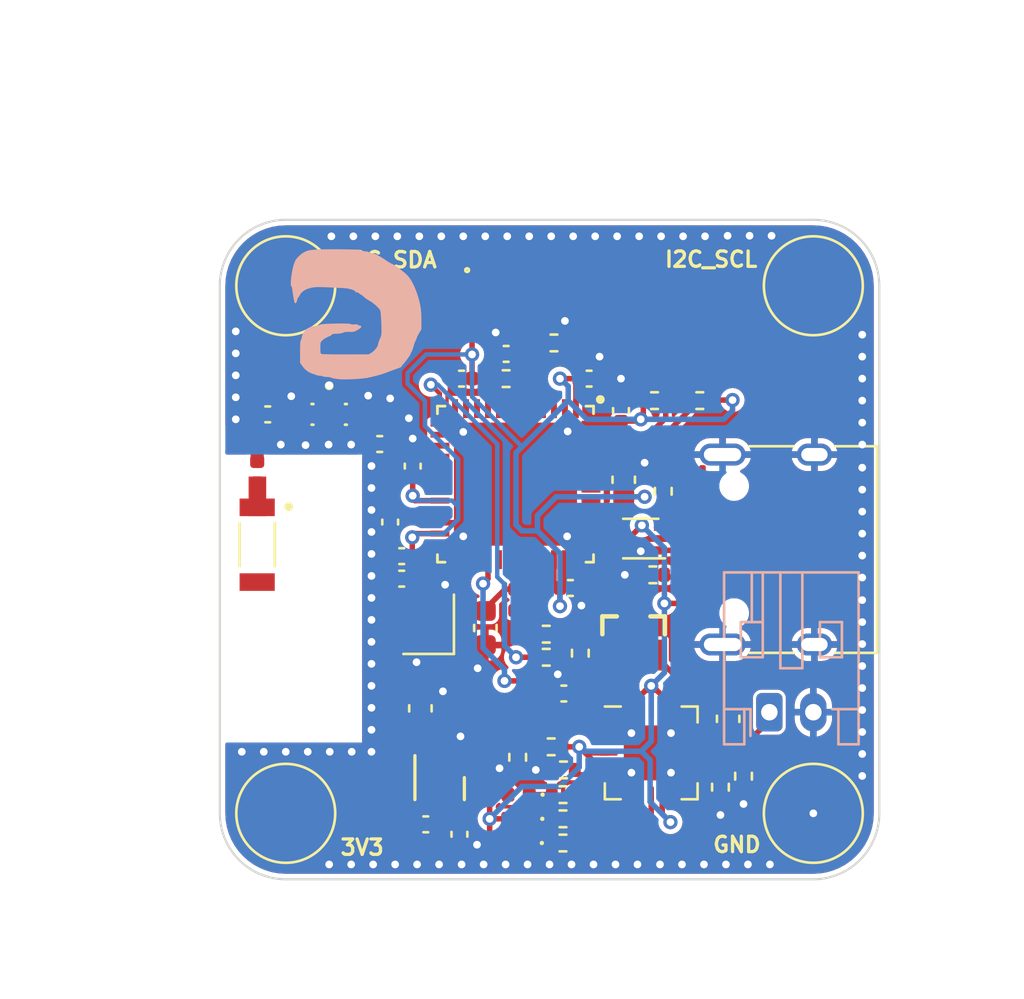
<source format=kicad_pcb>
(kicad_pcb (version 20211014) (generator pcbnew)
  (layers (0 "F.Cu" signal) (31 "B.Cu" signal) (34 "B.Paste" user) (35 "F.Paste" user) (36 "B.SilkS" user "B.Silkscreen") (37 "F.SilkS" user "F.Silkscreen") (38 "B.Mask" user) (39 "F.Mask" user) (44 "Edge.Cuts" user))
  (net 0 "")
  (net 1 "GND")
  (net 2 "BATLVL_SW")
  (net 3 "Net-(C3-Pad1)")
  (net 4 "+3V3")
  (net 6 "+5V")
  (net 7 "Net-(J2-PadA5)")
  (net 8 "USB_DP")
  (net 10 "USB_DN")
  (net 11 "Net-(C15-Pad1)")
  (net 12 "Net-(J2-PadA6)")
  (net 13 "Net-(J2-PadB5)")
  (net 14 "Net-(R3-Pad1)")
  (net 15 "Net-(R4-Pad1)")
  (net 16 "Net-(E1-Pad1)")
  (net 18 "Net-(C8-Pad2)")
  (net 19 "Net-(C1-Pad1)")
  (net 20 "Net-(D1-Pad1)")
  (net 21 "Net-(D2-Pad1)")
  (net 22 "Net-(C4-Pad1)")
  (net 23 "Net-(J2-PadA7)")
  (net 24 "Net-(C7-Pad1)")
  (net 25 "Net-(L4-Pad1)")
  (net 26 "Net-(C8-Pad1)")
  (net 27 "Net-(U4-Pad24)")
  (net 28 "Net-(U4-Pad25)")
  (net 29 "Net-(D3-Pad1)")
  (net 30 "Net-(L4-Pad2)")
  (net 31 "Net-(R7-Pad2)")
  (net 32 "Net-(R9-Pad1)")
  (net 33 "Net-(R10-Pad2)")
  (net 34 "Net-(R11-Pad2)")
  (net 35 "Net-(R15-Pad2)")
  (net 36 "Net-(R12-Pad2)")
  (net 37 "Net-(Q1-Pad3)")
  (net 38 "BATLVL")
  (net 43 "Net-(C6-Pad1)")
  (net 47 "Net-(R16-Pad2)")
  (net 55 "Net-(R14-Pad1)")
  (net 66 "Net-(C2-Pad1)")
  (net 67 "Net-(C5-Pad1)")
  (net 68 "Net-(C5-Pad2)")
  (net 71 "+3.3VA")
  (footprint "Capacitor_SMD:C_0402_1005Metric" (layer "F.Cu") (at 98.775 141.205 90)
    (fp_text reference "C12" hide)
    (fp_text value "100n")
  )
  (footprint "Inductor_SMD:L_0402_1005Metric" (layer "F.Cu") (at 97.75 141.75 90)
    (fp_text reference "L3" hide)
    (fp_text value "2n7")
  )
  (footprint "Resistor_SMD:R_0402_1005Metric" (layer "F.Cu") (at 105.075 153.975 180)
    (fp_text reference "R7" hide)
    (fp_text value "270k")
  )
  (footprint "Resistor_SMD:R_0402_1005Metric" (layer "F.Cu") (at 103.55 154.45 -90)
    (fp_text reference "R8" hide)
    (fp_text value "100k")
  )
  (footprint "Capacitor_SMD:C_0402_1005Metric" (layer "F.Cu") (at 92.18 138.85 180)
    (fp_text reference "C8" hide)
    (fp_text value "1p2")
  )
  (footprint "Capacitor_SMD:C_0402_1005Metric" (layer "F.Cu") (at 99.37 157.5 180)
    (fp_text reference "C5" hide)
    (fp_text value "1u")
  )
  (footprint "TestPoint:TestPoint_Pad_D4.0mm" (layer "F.Cu") (at 117 157)
    (fp_text reference "TP3" hide)
    (fp_text value "GND")
  )
  (footprint "Resistor_SMD:R_0402_1005Metric" (layer "F.Cu") (at 105.2 135.6)
    (fp_text reference "R14" hide)
    (fp_text value "10k")
  )
  (footprint "Inductor_SMD:L_0402_1005Metric" (layer "F.Cu") (at 104.475 147.29 90)
    (fp_text reference "L4" hide)
    (fp_text value "2u2")
  )
  (footprint "Capacitor_SMD:C_0402_1005Metric" (layer "F.Cu") (at 98.275 146.325 180)
    (fp_text reference "C18" hide)
    (fp_text value "100n")
  )
  (footprint "Resistor_SMD:R_0402_1005Metric" (layer "F.Cu") (at 104.85 149.9)
    (fp_text reference "R2" hide)
    (fp_text value "10k")
  )
  (footprint "Package_DFN_QFN:DFN-6-1EP_2x2mm_P0.5mm_EP0.61x1.42mm" (layer "F.Cu") (at 100 155.375 -90)
    (fp_text reference "U3" hide)
    (fp_text value "LTC3240EDC-3.3-TRMPBF")
  )
  (footprint "SnapEDA Library:QFN50P700X700X60-49N" (layer "F.Cu") (at 103.45 142.025 -90)
    (fp_text reference "U4" hide)
    (fp_text value "STM32WB55CEU6")
  )
  (footprint "downloads:SSOT-3" (layer "F.Cu") (at 108.825 148.7)
    (fp_text reference "Q1" hide)
    (fp_text value "FDN306P")
  )
  (footprint "Capacitor_SMD:C_0402_1005Metric" (layer "F.Cu") (at 97.275 140.2 180)
    (fp_text reference "C4" hide)
    (fp_text value "0p3")
  )
  (footprint "Capacitor_SMD:C_0603_1608Metric" (layer "F.Cu") (at 99.125 152.225 90)
    (fp_text reference "C13" hide)
    (fp_text value "4u7")
  )
  (footprint "Resistor_SMD:R_0402_1005Metric" (layer "F.Cu") (at 111.835 138.225 180)
    (fp_text reference "R16" hide)
    (fp_text value "10k")
  )
  (footprint "Capacitor_SMD:C_0402_1005Metric" (layer "F.Cu") (at 108.25 138.675 90)
    (fp_text reference "C17" hide)
    (fp_text value "100n")
  )
  (footprint "Capacitor_SMD:C_0402_1005Metric" (layer "F.Cu") (at 97.75 143.75 -90)
    (fp_text reference "C7" hide)
    (fp_text value "0p8")
  )
  (footprint "Resistor_SMD:R_0402_1005Metric" (layer "F.Cu") (at 109.775 138.225)
    (fp_text reference "R15" hide)
    (fp_text value "10k")
  )
  (footprint "Resistor_SMD:R_0402_1005Metric" (layer "F.Cu") (at 105.61 158.35)
    (fp_text reference "R11" hide)
    (fp_text value "470R")
  )
  (footprint "TestPoint:TestPoint_Pad_D4.0mm" (layer "F.Cu") (at 117 133)
    (fp_text reference "TP1" hide)
    (fp_text value "I2C_SCL")
  )
  (footprint "Inductor_SMD:L_0402_1005Metric" (layer "F.Cu") (at 97.825 152.5 90)
    (fp_text reference "FB1" hide)
    (fp_text value "FerriteBead")
  )
  (footprint "SnapEDA Library:SW4SMD_63X161LS" (layer "F.Cu") (at 98.383875 133.926225)
    (fp_text reference "S1" hide)
    (fp_text value "KMR231GLFS")
  )
  (footprint "SnapEDA Library:FIL_LFB182G45SG9A272" (layer "F.Cu") (at 94.975 138.85)
    (fp_text reference "FL1" hide)
    (fp_text value "LFB182G45SG9A272")
  )
  (footprint "Capacitor_SMD:C_0603_1608Metric" (layer "F.Cu") (at 113.125 152.7 90)
    (fp_text reference "C3" hide)
    (fp_text value "4u7")
  )
  (footprint "Connector_USB:USB_C_Receptacle_HRO_TYPE-C-31-M-12" (layer "F.Cu") (at 116 145 90)
    (fp_text reference "J2" hide)
    (fp_text value "USB_C_Receptacle_USB2.0")
  )
  (footprint "Resistor_SMD:R_0402_1005Metric" (layer "F.Cu") (at 106.4 149.715 -90)
    (fp_text reference "R1" hide)
    (fp_text value "1M")
  )
  (footprint "Resistor_SMD:R_0402_1005Metric" (layer "F.Cu") (at 109.7 146.15 180)
    (fp_text reference "R5" hide)
    (fp_text value "5k1")
  )
  (footprint "Inductor_SMD:L_0402_1005Metric" (layer "F.Cu") (at 91.2 139.925)
    (fp_text reference "L1" hide)
    (fp_text value "2n7")
  )
  (footprint "Crystal:Crystal_SMD_2016-4Pin_2.0x1.6mm" (layer "F.Cu") (at 99.5 148.4 90)
    (fp_text reference "Y1" hide)
    (fp_text value "Crystal_GND24")
  )
  (footprint "Capacitor_SMD:C_0402_1005Metric" (layer "F.Cu") (at 100.995 137.225 180)
    (fp_text reference "C9" hide)
    (fp_text value "100n")
  )
  (footprint "Inductor_SMD:L_0402_1005Metric" (layer "F.Cu") (at 91.7 141.48 90)
    (fp_text reference "L2" hide)
    (fp_text value "3n3")
  )
  (footprint "Diode_SMD:D_0402_1005Metric" (layer "F.Cu") (at 103.56 158.35 180)
    (fp_text reference "D2" hide)
    (fp_text value "Charging" hide)
  )
  (footprint "Resistor_SMD:R_0402_1005Metric" (layer "F.Cu") (at 110.175 142.35 90)
    (fp_text reference "R6" hide)
    (fp_text value "5k1")
  )
  (footprint "Resistor_SMD:R_0402_1005Metric" (layer "F.Cu") (at 105.635 155.025 180)
    (fp_text reference "R9" hide)
    (fp_text value "10k")
  )
  (footprint "Inductor_SMD:L_0402_1005Metric" (layer "F.Cu") (at 103.44 147.29 -90)
    (fp_text reference "L5" hide)
    (fp_text value "10n")
  )
  (footprint "Resistor_SMD:R_0402_1005Metric" (layer "F.Cu") (at 112.775 155.81 -90)
    (fp_text reference "R4" hide)
    (fp_text value "2k")
  )
  (footprint "Capacitor_SMD:C_0402_1005Metric" (layer "F.Cu") (at 98.275 145.3 180)
    (fp_text reference "C16" hide)
    (fp_text value "100p")
  )
  (footprint "Capacitor_SMD:C_0402_1005Metric" (layer "F.Cu") (at 105.65 151.55 180)
    (fp_text reference "C1" hide)
    (fp_text value "100n")
  )
  (footprint "Resistor_SMD:R_0402_1005Metric" (layer "F.Cu") (at 103.025 137.225)
    (fp_text reference "R13" hide)
    (fp_text value "10k")
  )
  (footprint "Resistor_SMD:R_0402_1005Metric" (layer "F.Cu") (at 105.6125 156.15)
    (fp_text reference "R12" hide)
    (fp_text value "470R")
  )
  (footprint "Capacitor_SMD:C_0402_1005Metric" (layer "F.Cu") (at 105.95 146.75)
    (fp_text reference "C19" hide)
    (fp_text value "100n")
  )
  (footprint "Capacitor_SMD:C_0603_1608Metric" (layer "F.Cu") (at 108.375 141.825 90)
    (fp_text reference "C20" hide)
    (fp_text value "4u7")
  )
  (footprint "Resistor_SMD:R_0402_1005Metric" (layer "F.Cu") (at 113.825 155.31 -90)
    (fp_text reference "R3" hide)
    (fp_text value "2k")
  )
  (footprint "Diode_SMD:D_0402_1005Metric" (layer "F.Cu") (at 103.5925 156.15 180)
    (fp_text reference "D3" hide)
    (fp_text value "PGood" hide)
  )
  (footprint "downloads:XDCR_2450AT18B100E" (layer "F.Cu") (at 91.7 144.78 -90)
    (fp_text reference "E1" hide)
    (fp_text value "2450AT18B100E")
  )
  (footprint "Capacitor_SMD:C_0402_1005Metric" (layer "F.Cu") (at 106.8 137.225)
    (fp_text reference "C11" hide)
    (fp_text value "100n")
  )
  (footprint "Package_TO_SOT_SMD:SOT-666" (layer "F.Cu") (at 109.15 144.5 180)
    (fp_text reference "U2" hide)
    (fp_text value "USBLC6-2P6")
  )
  (footprint "Resistor_SMD:R_0402_1005Metric" (layer "F.Cu") (at 105.61 157.25)
    (fp_text reference "R10" hide)
    (fp_text value "470R")
  )
  (footprint "TestPoint:TestPoint_Pad_D4.0mm" (layer "F.Cu") (at 93 157)
    (fp_text reference "TP4" hide)
    (fp_text value "3V3")
  )
  (footprint "Capacitor_SMD:C_0603_1608Metric" (layer "F.Cu") (at 102.08 148.57 -90)
    (fp_text reference "C15" hide)
    (fp_text value "4u7")
  )
  (footprint "Capacitor_SMD:C_0402_1005Metric" (layer "F.Cu") (at 100.9 157.9524 -90)
    (fp_text reference "C2" hide)
    (fp_text value "1u")
  )
  (footprint "TestPoint:TestPoint_Pad_D4.0mm" (layer "F.Cu") (at 93 133)
    (fp_text reference "TP2" hide)
    (fp_text value "I2C_SDA")
  )
  (footprint "Capacitor_SMD:C_0402_1005Metric" (layer "F.Cu") (at 103.025 136.1 180)
    (fp_text reference "C6" hide)
    (fp_text value "100n")
  )
  (footprint "Resistor_SMD:R_0402_1005Metric" (layer "F.Cu") (at 104.85 148.85 180)
    (fp_text reference "R17" hide)
    (fp_text value "10k")
  )
  (footprint "Package_DFN_QFN:QFN-20-1EP_4x4mm_P0.5mm_EP2.5x2.5mm" (layer "F.Cu") (at 109.625 154.25)
    (fp_text reference "U1" hide)
    (fp_text value "MCP73871")
  )
  (footprint "Diode_SMD:D_0402_1005Metric" (layer "F.Cu") (at 103.58 157.25 180)
    (fp_text reference "D1" hide)
    (fp_text value "Charged" hide)
  )
  (footprint "LOGO" (layer "B.Cu") (at 96.168657 134.46308 180)
    (fp_text reference "G***" hide)
    (fp_text value "LOGO" hide)
  )
  (footprint "Connector_JST:JST_PH_S2B-PH-K_1x02_P2.00mm_Horizontal" (layer "B.Cu") (at 115 152.4)
    (fp_text reference "J1" hide)
    (fp_text value "Conn_01x02_MountingPin")
  )
  (gr_poly (pts (xy 91.31 141.68) (xy 92.11 141.68) (xy 92.11 143.48) (xy 91.31 143.48)) (layer "F.Cu") (width 0) (fill solid))
  (gr_arc locked (start 120 157) (mid 119.12132 159.12132) (end 117 160) (layer "Edge.Cuts") (width 0.1))
  (gr_line locked (start 120 133) (end 120 157) (layer "Edge.Cuts") (width 0.1))
  (gr_arc locked (start 90 133) (mid 90.87868 130.87868) (end 93 130) (layer "Edge.Cuts") (width 0.1))
  (gr_line locked (start 93 130) (end 117 130) (layer "Edge.Cuts") (width 0.1))
  (gr_arc locked (start 93 160) (mid 90.87868 159.12132) (end 90 157) (layer "Edge.Cuts") (width 0.1))
  (gr_arc locked (start 117 130) (mid 119.12132 130.87868) (end 120 133) (layer "Edge.Cuts") (width 0.1))
  (gr_line locked (start 117 160) (end 93 160) (layer "Edge.Cuts") (width 0.1))
  (gr_line locked (start 90 157) (end 90 133) (layer "Edge.Cuts") (width 0.1))
  (segment (start 105.71 134.61) (end 105.7 134.6) (width 0.25) (layer "F.Cu") (net 1))
  (segment (start 101.7 143.775) (end 103.45 142.025) (width 0.25) (layer "F.Cu") (net 1))
  (segment (start 100.5 153.95) (end 100.5 154.45) (width 0.25) (layer "F.Cu") (net 1))
  (segment (start 97.795 145.3) (end 97 145.3) (width 0.25) (layer "F.Cu") (net 1))
  (segment (start 103.55 154.96) (end 102.735 154.96) (width 0.25) (layer "F.Cu") (net 1))
  (segment (start 100.9 158.4324) (end 101.695 158.4324) (width 0.25) (layer "F.Cu") (net 1))
  (segment (start 104.2 145.46) (end 104.2 142.775) (width 0.2) (layer "F.Cu") (net 1))
  (segment (start 113.825 155.82) (end 113.825 156.575) (width 0.25) (layer "F.Cu") (net 1))
  (segment (start 110.075 144.5) (end 109.550978 144.5) (width 0.25) (layer "F.Cu") (net 1))
  (segment (start 96.93 144.23) (end 96.9 144.2) (width 0.25) (layer "F.Cu") (net 1))
  (segment (start 101.73 149.695) (end 102.08 149.345) (width 0.25) (layer "F.Cu") (net 1))
  (segment (start 100.5 155.3774) (end 100.5 154.45) (width 0.25) (layer "F.Cu") (net 1))
  (segment (start 106.43 147.53) (end 106.45 147.55) (width 0.25) (layer "F.Cu") (net 1))
  (segment (start 108.25 138.195) (end 108.25 137.225) (width 0.25) (layer "F.Cu") (net 1))
  (segment (start 109.15 144.900978) (end 109.15 145.075) (width 0.25) (layer "F.Cu") (net 1))
  (segment (start 100.05 146.8) (end 100.25 146.6) (width 0.25) (layer "F.Cu") (net 1))
  (segment (start 100.05 147.7) (end 100.05 146.8) (width 0.25) (layer "F.Cu") (net 1))
  (segment (start 102.735 154.96) (end 102.725 154.95) (width 0.25) (layer "F.Cu") (net 1))
  (segment (start 109.19 146.15) (end 108.425 146.15) (width 0.25) (layer "F.Cu") (net 1))
  (segment (start 102.545 136.1) (end 102.545 135.13) (width 0.25) (layer "F.Cu") (net 1))
  (segment (start 107.28 137.225) (end 107.28 136.23) (width 0.25) (layer "F.Cu") (net 1))
  (segment (start 94.975 138.4) (end 94.975 137.525) (width 0.3) (layer "F.Cu") (net 1))
  (segment (start 105.36 149.9) (end 105.36 150.66) (width 0.25) (layer "F.Cu") (net 1))
  (segment (start 100.95 153.5) (end 100.5 153.95) (width 0.25) (layer "F.Cu") (net 1))
  (segment (start 100 155.375) (end 100.4976 155.375) (width 0.25) (layer "F.Cu") (net 1))
  (segment (start 107.28 136.23) (end 107.275 136.225) (width 0.25) (layer "F.Cu") (net 1))
  (segment (start 105.36 150.66) (end 105.375 150.675) (width 0.25) (layer "F.Cu") (net 1))
  (segment (start 94.975 140.2) (end 94.95 140.225) (width 0.3) (layer "F.Cu") (net 1))
  (segment (start 98.775 140.725) (end 98.775 139.95) (width 0.25) (layer "F.Cu") (net 1))
  (segment (start 97.75 144.23) (end 96.93 144.23) (width 0.25) (layer "F.Cu") (net 1))
  (segment (start 97 145.3) (end 96.9 145.2) (width 0.25) (layer "F.Cu") (net 1))
  (segment (start 97.795 146.325) (end 97.025 146.325) (width 0.25) (layer "F.Cu") (net 1))
  (segment (start 97.025 146.325) (end 96.9 146.2) (width 0.25) (layer "F.Cu") (net 1))
  (segment (start 94.975 139.3) (end 94.975 140.2) (width 0.3) (layer "F.Cu") (net 1))
  (segment (start 106.43 146.75) (end 106.43 147.53) (width 0.25) (layer "F.Cu") (net 1))
  (segment (start 112.775 156.32) (end 112.775 157.075) (width 0.25) (layer "F.Cu") (net 1))
  (segment (start 100.4976 155.375) (end 100.5 155.3774) (width 0.25) (layer "F.Cu") (net 1))
  (segment (start 105.71 135.6) (end 105.71 134.61) (width 0.25) (layer "F.Cu") (net 1))
  (segment (start 102.545 135.13) (end 102.55 135.125) (width 0.25) (layer "F.Cu") (net 1))
  (segment (start 105.125 155.025) (end 104.375 155.025) (width 0.25) (layer "F.Cu") (net 1))
  (segment (start 99.125 151.45) (end 100.15 151.45) (width 0.25) (layer "F.Cu") (net 1))
  (segment (start 101.73 150.4) (end 101.73 149.695) (width 0.25) (layer "F.Cu") (net 1))
  (segment (start 98.95 149.1) (end 98.95 150.125) (width 0.25) (layer "F.Cu") (net 1))
  (segment (start 109.550978 144.5) (end 109.15 144.900978) (width 0.25) (layer "F.Cu") (net 1))
  (segment (start 100.015 143.775) (end 101.7 143.775) (width 0.25) (layer "F.Cu") (net 1))
  (segment (start 104.2 142.775) (end 103.45 142.025) (width 0.2) (layer "F.Cu") (net 1))
  (segment (start 108.375 141.05) (end 109.325 141.05) (width 0.25) (layer "F.Cu") (net 1))
  (via (at 113.1 130.725) (size 0.65) (drill 0.35) (layers "F.Cu" "B.Cu") (net 1))
  (via (at 96.075 130.75) (size 0.65) (drill 0.35) (layers "F.Cu" "B.Cu") (net 1))
  (via (at 119.225 135.225) (size 0.65) (drill 0.35) (layers "F.Cu" "B.Cu") (net 1))
  (via (at 104 159.325) (size 0.65) (drill 0.35) (layers "F.Cu" "B.Cu") (net 1))
  (via (at 96.9 141.2) (size 0.65) (drill 0.35) (layers "F.Cu" "B.Cu") (net 1))
  (via (at 111.025 159.325) (size 0.65) (drill 0.35) (layers "F.Cu" "B.Cu") (net 1))
  (via (at 109.15 145.075) (size 0.65) (drill 0.35) (layers "F.Cu" "B.Cu") (net 1))
  (via (at 90.725 139.075) (size 0.65) (drill 0.35) (layers "F.Cu" "B.Cu") (net 1))
  (via (at 93.25 138.025) (size 0.65) (drill 0.35) (layers "F.Cu" "B.Cu") (net 1))
  (via (at 119.225 145.275) (size 0.65) (drill 0.35) (layers "F.Cu" "B.Cu") (net 1))
  (via (at 100.15 151.45) (size 0.65) (drill 0.35) (layers "F.Cu" "B.Cu") (net 1))
  (via (at 90.725 138.075) (size 0.65) (drill 0.35) (layers "F.Cu" "B.Cu") (net 1))
  (via (at 97.975 159.325) (size 0.65) (drill 0.35) (layers "F.Cu" "B.Cu") (net 1))
  (via (at 115.025 159.325) (size 0.65) (drill 0.35) (layers "F.Cu" "B.Cu") (net 1))
  (via (at 91 154.2) (size 0.65) (drill 0.35) (layers "F.Cu" "B.Cu") (net 1))
  (via (at 113.025 159.325) (size 0.65) (drill 0.35) (layers "F.Cu" "B.Cu") (net 1))
  (via (at 98.6 139.025) (size 0.65) (drill 0.35) (layers "F.Cu" "B.Cu") (net 1))
  (via (at 119.225 154.3) (size 0.65) (drill 0.35) (layers "F.Cu" "B.Cu") (net 1))
  (via (at 96.75 138) (size 0.65) (drill 0.35) (layers "F.Cu" "B.Cu") (net 1))
  (via (at 119.225 153.3) (size 0.65) (drill 0.35) (layers "F.Cu" "B.Cu") (net 1))
  (via (at 98.975 159.325) (size 0.65) (drill 0.35) (layers "F.Cu" "B.Cu") (net 1))
  (via (at 96 154.2) (size 0.65) (drill 0.35) (layers "F.Cu" "B.Cu") (net 1))
  (via (at 96.9 142.2) (size 0.65) (drill 0.35) (layers "F.Cu" "B.Cu") (net 1))
  (via (at 101 159.325) (size 0.65) (drill 0.35) (layers "F.Cu" "B.Cu") (net 1))
  (via (at 101.7 158.4274) (size 0.65) (drill 0.35) (layers "F.Cu" "B.Cu") (net 1))
  (via (at 96.9 144.2) (size 0.65) (drill 0.35) (layers "F.Cu" "B.Cu") (net 1))
  (via (at 108.425 146.15) (size 0.65) (drill 0.35) (layers "F.Cu" "B.Cu") (net 1))
  (via (at 119.225 150.3) (size 0.65) (drill 0.35) (layers "F.Cu" "B.Cu") (net 1))
  (via (at 100.95 153.5) (size 0.65) (drill 0.35) (layers "F.Cu" "B.Cu") (net 1))
  (via (at 113.825 156.575) (size 0.65) (drill 0.35) (layers "F.Cu" "B.Cu") (net 1))
  (via (at 108.075 130.75) (size 0.65) (drill 0.35) (layers "F.Cu" "B.Cu") (net 1))
  (via (at 119.225 146.275) (size 0.65) (drill 0.35) (layers "F.Cu" "B.Cu") (net 1))
  (via (at 119.225 142.275) (size 0.65) (drill 0.35) (layers "F.Cu" "B.Cu") (net 1))
  (via (at 96.9 145.2) (size 0.65) (drill 0.35) (layers "F.Cu" "B.Cu") (net 1))
  (via (at 119.225 138.225) (size 0.65) (drill 0.35) (layers "F.Cu" "B.Cu") (net 1))
  (via (at 109.075 130.75) (size 0.65) (drill 0.35) (layers "F.Cu" "B.Cu") (net 1))
  (via (at 109 159.325) (size 0.65) (drill 0.35) (layers "F.Cu" "B.Cu") (net 1))
  (via (at 96.9 154.2) (size 0.65) (drill 0.35) (layers "F.Cu" "B.Cu") (net 1))
  (via (at 101.075 139.65) (size 0.65) (drill 0.35) (layers "F.Cu" "B.Cu") (net 1))
  (via (at 112.025 159.325) (size 0.65) (drill 0.35) (layers "F.Cu" "B.Cu") (net 1))
  (via (at 105.075 130.75) (size 0.65) (drill 0.35) (layers "F.Cu" "B.Cu") (net 1))
  (via (at 102.55 135.125) (size 0.65) (drill 0.35) (layers "F.Cu" "B.Cu") (net 1))
  (via (at 101.73 150.4) (size 0.65) (drill 0.35) (layers "F.Cu" "B.Cu") (net 1))
  (via (at 96.9 150.2) (size 0.65) (drill 0.35) (layers "F.Cu" "B.Cu") (net 1))
  (via (at 107 159.325) (size 0.65) (drill 0.35) (layers "F.Cu" "B.Cu") (net 1))
  (via (at 96.9 153.2) (size 0.65) (drill 0.35) (layers "F.Cu" "B.Cu") (net 1))
  (via (at 119.225 143.275) (size 0.65) (drill 0.35) (layers "F.Cu" "B.Cu") (net 1))
  (via (at 94.975 137.525) (size 0.65) (drill 0.35) (layers "F.Cu" "B.Cu") (net 1))
  (via (at 92.775 140.225) (size 0.65) (drill 0.35) (layers "F.Cu" "B.Cu") (net 1))
  (via (at 110.525 153.35) (size 0.65) (drill 0.35) (layers "F.Cu" "B.Cu") (net 1))
  (via (at 119.225 147.3) (size 0.65) (drill 0.35) (layers "F.Cu" "B.Cu") (net 1))
  (via (at 97.75 138.125) (size 0.65) (drill 0.35) (layers "F.Cu" "B.Cu") (net 1))
  (via (at 96.975 159.325) (size 0.65) (drill 0.35) (layers "F.Cu" "B.Cu") (net 1))
  (via (at 96.9 143.2) (size 0.65) (drill 0.35) (layers "F.Cu" "B.Cu") (net 1))
  (via (at 103.075 130.75) (size 0.65) (drill 0.35) (layers "F.Cu" "B.Cu") (net 1))
  (via (at 119.225 155.3) (size 0.65) (drill 0.35) (layers "F.Cu" "B.Cu") (net 1))
  (via (at 96.9 148.2) (size 0.65) (drill 0.35) (layers "F.Cu" "B.Cu") (net 1))
  (via (at 104.075 130.75) (size 0.65) (drill 0.35) (layers "F.Cu" "B.Cu") (net 1))
  (via (at 101.075 130.75) (size 0.65) (drill 0.35) (layers "F.Cu" "B.Cu") (net 1))
  (via (at 97.075 130.75) (size 0.65) (drill 0.35) (layers "F.Cu" "B.Cu") (net 1))
  (via (at 119.225 140.225) (size 0.65) (drill 0.35) (layers "F.Cu" "B.Cu") (net 1))
  (via (at 105 159.325) (size 0.65) (drill 0.35) (layers "F.Cu" "B.Cu") (net 1))
  (via (at 95 154.2) (size 0.65) (drill 0.35) (layers "F.Cu" "B.Cu") (net 1))
  (via (at 98.775 139.95) (size 0.65) (drill 0.35) (layers "F.Cu" "B.Cu") (net 1))
  (via (at 95.975 159.325) (size 0.65) (drill 0.35) (layers "F.Cu" "B.Cu") (net 1))
  (via (at 99.075 130.75) (size 0.65) (drill 0.35) (layers "F.Cu" "B.Cu") (net 1))
  (via (at 108.725 155.15) (size 0.65) (drill 0.35) (layers "F.Cu" "B.Cu") (net 1))
  (via (at 101.075 144.4) (size 0.65) (drill 0.35) (layers "F.Cu" "B.Cu") (net 1))
  (via (at 92 154.2) (size 0.65) (drill 0.35) (layers "F.Cu" "B.Cu") (net 1))
  (via (at 117 157) (size 0.65) (drill 0.35) (layers "F.Cu" "B.Cu") (net 1))
  (via (at 105.7 134.6) (size 0.65) (drill 0.35) (layers "F.Cu" "B.Cu") (net 1))
  (via (at 102 159.325) (size 0.65) (drill 0.35) (layers "F.Cu" "B.Cu") (net 1))
  (via (at 93 154.2) (size 0.65) (drill 0.35) (layers "F.Cu" "B.Cu") (net 1))
  (via (at 119.225 144.275) (size 0.65) (drill 0.35) (layers "F.Cu" "B.Cu") (net 1))
  (via (at 119.225 139.225) (size 0.65) (drill 0.35) (layers "F.Cu" "B.Cu") (net 1))
  (via (at 94.95 140.225) (size 0.65) (drill 0.35) (layers "F.Cu" "B.Cu") (net 1))
  (via (at 106.45 147.55) (size 0.65) (drill 0.35) (layers "F.Cu" "B.Cu") (net 1))
  (via (at 98.075 130.75) (size 0.65) (drill 0.35) (layers "F.Cu" "B.Cu") (net 1))
  (via (at 109.325 141.05) (size 0.65) (drill 0.35) (layers "F.Cu" "B.Cu") (net 1))
  (via (at 107.275 136.225) (size 0.65) (drill 0.35) (layers "F.Cu" "B.Cu") (net 1))
  (via (at 110.075 130.75) (size 0.65) (drill 0.35) (layers "F.Cu" "B.Cu") (net 1))
  (via (at 107.075 130.75) (size 0.65) (drill 0.35) (layers "F.Cu" "B.Cu") (net 1))
  (via (at 96.9 152.2) (size 0.65) (drill 0.35) (layers "F.Cu" "B.Cu") (net 1))
  (via (at 106 159.325) (size 0.65) (drill 0.35) (layers "F.Cu" "B.Cu") (net 1))
  (via (at 119.225 137.225) (size 0.65) (drill 0.35) (layers "F.Cu" "B.Cu") (net 1))
  (via (at 94 154.2) (size 0.65) (drill 0.35) (layers "F.Cu" "B.Cu") (net 1))
  (via (at 90.725 135.075) (size 0.65) (drill 0.35) (layers "F.Cu" "B.Cu") (net 1))
  (via (at 115.1 130.725) (size 0.65) (drill 0.35) (layers "F.Cu" "B.Cu") (net 1))
  (via (at 106.075 130.75) (size 0.65) (drill 0.35) (layers "F.Cu" "B.Cu") (net 1))
  (via (at 90.725 136.075) (size 0.65) (drill 0.35) (layers "F.Cu" "B.Cu") (net 1))
  (via (at 96.9 147.2) (size 0.65) (drill 0.35) (layers "F.Cu" "B.Cu") (net 1))
  (via (at 119.225 141.275) (size 0.65) (drill 0.35) (layers "F.Cu" "B.Cu") (net 1))
  (via (at 105.375 150.675) (size 0.65) (drill 0.35) (layers "F.Cu" "B.Cu") (net 1))
  (via (at 108.725 153.35) (size 0.65) (drill 0.35) (layers "F.Cu" "B.Cu") (net 1))
  (via (at 95.975 140.225) (size 0.65) (drill 0.35) (layers "F.Cu" "B.Cu") (net 1))
  (via (at 96.9 149.2) (size 0.65) (drill 0.35) (layers "F.Cu" "B.Cu") (net 1))
  (via (at 104.375 155.025) (size 0.65) (drill 0.35) (layers "F.Cu" "B.Cu") (net 1))
  (via (at 108 159.325) (size 0.65) (drill 0.35) (layers "F.Cu" "B.Cu") (net 1))
  (via (at 112.075 130.75) (size 0.65) (drill 0.35) (layers "F.Cu" "B.Cu") (net 1))
  (via (at 119.225 152.3) (size 0.65) (drill 0.35) (layers "F.Cu" "B.Cu") (net 1))
  (via (at 119.225 149.3) (size 0.65) (drill 0.35) (layers "F.Cu" "B.Cu") (net 1))
  (via (at 93.9 140.25) (size 0.65) (drill 0.35) (layers "F.Cu" "B.Cu") (net 1))
  (via (at 105.825 139.625) (size 0.65) (drill 0.35) (layers "F.Cu" "B.Cu") (net 1))
  (via (at 119.225 136.225) (size 0.65) (drill 0.35) (layers "F.Cu" "B.Cu") (net 1))
  (via (at 119.225 151.3) (size 0.65) (drill 0.35) (layers "F.Cu" "B.Cu") (net 1))
  (via (at 111.075 130.75) (size 0.65) (drill 0.35) (layers "F.Cu" "B.Cu") (net 1))
  (via (at 112.775 157.075) (size 0.65) (drill 0.35) (layers "F.Cu" "B.Cu") (net 1))
  (via (at 99.975 159.325) (size 0.65) (drill 0.35) (layers "F.Cu" "B.Cu") (net 1))
  (via (at 108.25 137.225) (size 0.65) (drill 0.35) (layers "F.Cu" "B.Cu") (net 1))
  (via (at 100.075 130.75) (size 0.65) (drill 0.35) (layers "F.Cu" "B.Cu") (net 1))
  (via (at 105.8 144.4) (size 0.65) (drill 0.35) (layers "F.Cu" "B.Cu") (net 1))
  (via (at 114.025 159.325) (size 0.65) (drill 0.35) (layers "F.Cu" "B.Cu") (net 1))
  (via (at 102.725 154.95) (size 0.65) (drill 0.35) (layers "F.Cu" "B.Cu") (net 1))
  (via (at 114.1 130.725) (size 0.65) (drill 0.35) (layers "F.Cu" "B.Cu") (net 1))
  (via (at 96.9 151.2) (size 0.65) (drill 0.35) (layers "F.Cu" "B.Cu") (net 1))
  (via (at 119.225 148.3) (size 0.65) (drill 0.35) (layers "F.Cu" "B.Cu") (net 1))
  (via (at 100.25 146.6) (size 0.65) (drill 0.35) (layers "F.Cu" "B.Cu") (net 1))
  (via (at 90.725 137.075) (size 0.65) (drill 0.35) (layers "F.Cu" "B.Cu") (net 1))
  (via (at 102.075 130.75) (size 0.65) (drill 0.35) (layers "F.Cu" "B.Cu") (net 1))
  (via (at 95.075 130.75) (size 0.65) (drill 0.35) (layers "F.Cu" "B.Cu") (net 1))
  (via (at 110.525 155.15) (size 0.65) (drill 0.35) (layers "F.Cu" "B.Cu") (net 1))
  (via (at 110.025 159.325) (size 0.65) (drill 0.35) (layers "F.Cu" "B.Cu") (net 1))
  (via (at 98.95 150.125) (size 0.65) (drill 0.35) (layers "F.Cu" "B.Cu") (net 1))
  (via (at 94.975 159.325) (size 0.65) (drill 0.35) (layers "F.Cu" "B.Cu") (net 1))
  (via (at 103 159.325) (size 0.65) (drill 0.35) (layers "F.Cu" "B.Cu") (net 1))
  (via (at 96.9 146.2) (size 0.65) (drill 0.35) (layers "F.Cu" "B.Cu") (net 1))
  (segment (start 102.2 146.325) (end 102.2 145.46) (width 0.25) (layer "F.Cu") (net 2))
  (segment (start 103.675 150.975) (end 104.25 151.55) (width 0.25) (layer "F.Cu") (net 2))
  (segment (start 102.95 150.975) (end 103.675 150.975) (width 0.25) (layer "F.Cu") (net 2))
  (segment (start 104.25 151.55) (end 105.17 151.55) (width 0.25) (layer "F.Cu") (net 2))
  (segment (start 101.975 146.55) (end 102.2 146.325) (width 0.25) (layer "F.Cu") (net 2))
  (via (at 102.95 150.975) (size 0.65) (drill 0.35) (layers "F.Cu" "B.Cu") (net 2))
  (via (at 101.975 146.55) (size 0.65) (drill 0.35) (layers "F.Cu" "B.Cu") (net 2))
  (segment (start 102.95 150.45) (end 102.95 150.975) (width 0.25) (layer "B.Cu") (net 2))
  (segment (start 101.975 146.55) (end 101.975 149.475) (width 0.25) (layer "B.Cu") (net 2))
  (segment (start 101.975 149.475) (end 102.95 150.45) (width 0.25) (layer "B.Cu") (net 2))
  (segment (start 111.5625 153.25) (end 111.5625 153.75) (width 0.25) (layer "F.Cu") (net 3))
  (segment (start 111.5625 152.6125) (end 111.5625 153.25) (width 0.25) (layer "F.Cu") (net 3))
  (segment (start 110.625 152.3125) (end 110.625 150.65) (width 0.25) (layer "F.Cu") (net 3))
  (segment (start 108.85 148.7) (end 106.905 148.7) (width 0.25) (layer "F.Cu") (net 3))
  (segment (start 109.775 149.625) (end 108.85 148.7) (width 0.25) (layer "F.Cu") (net 3))
  (segment (start 111.2625 152.3125) (end 111.5625 152.6125) (width 0.25) (layer "F.Cu") (net 3))
  (segment (start 115 152.775) (end 114.3 153.475) (width 0.25) (layer "F.Cu") (net 3))
  (segment (start 110.625 152.3125) (end 111.2625 152.3125) (width 0.25) (layer "F.Cu") (net 3))
  (segment (start 114.3 153.475) (end 113.125 153.475) (width 0.25) (layer "F.Cu") (net 3))
  (segment (start 113.125 153.475) (end 112.9 153.25) (width 0.25) (layer "F.Cu") (net 3))
  (segment (start 109.775 149.8) (end 109.775 149.625) (width 0.25) (layer "F.Cu") (net 3))
  (segment (start 110.625 150.65) (end 109.775 149.8) (width 0.25) (layer "F.Cu") (net 3))
  (segment (start 112.9 153.25) (end 111.5625 153.25) (width 0.25) (layer "F.Cu") (net 3))
  (segment (start 106.905 148.7) (end 106.4 149.205) (width 0.25) (layer "F.Cu") (net 3))
  (segment (start 115 152.4) (end 115 152.775) (width 0.25) (layer "F.Cu") (net 3))
  (segment (start 96.25 157) (end 93 157) (width 0.25) (layer "F.Cu") (net 4))
  (segment (start 99.5 154.45) (end 99.5 153.375) (width 0.25) (layer "F.Cu") (net 4))
  (segment (start 97.84 153) (end 97.825 152.985) (width 0.25) (layer "F.Cu") (net 4))
  (segment (start 99.5 153.375) (end 99.125 153) (width 0.25) (layer "F.Cu") (net 4))
  (segment (start 99.125 153) (end 97.84 153) (width 0.25) (layer "F.Cu") (net 4))
  (segment (start 97.825 152.985) (end 97.825 155.425) (width 0.25) (layer "F.Cu") (net 4))
  (segment (start 97.825 155.425) (end 96.25 157) (width 0.25) (layer "F.Cu") (net 4))
  (segment (start 110.375 157.275) (end 110.5 157.4) (width 0.25) (layer "F.Cu") (net 6))
  (segment (start 108.6 144.5) (end 109.2 143.9) (width 0.25) (layer "F.Cu") (net 6))
  (segment (start 102.625 158.35) (end 102.275 158) (width 0.25) (layer "F.Cu") (net 6))
  (segment (start 109.625 152.3125) (end 109.625 151.4) (width 0.25) (layer "F.Cu") (net 6))
  (segment (start 102.275 156.525) (end 102.65 156.15) (width 0.25) (layer "F.Cu") (net 6))
  (segment (start 111.955 147.45) (end 110.225 147.45) (width 0.25) (layer "F.Cu") (net 6))
  (segment (start 113.65 146.35) (end 112.55 147.45) (width 0.25) (layer "F.Cu") (net 6))
  (segment (start 109.625 151.4) (end 109.375 151.4) (width 0.25) (layer "F.Cu") (net 6))
  (segment (start 111.955 142.55) (end 112.709305 142.55) (width 0.25) (layer "F.Cu") (net 6))
  (segment (start 103.095 157.25) (end 102.275 157.25) (width 0.25) (layer "F.Cu") (net 6))
  (segment (start 107.125 154.75) (end 106.35 153.975) (width 0.25) (layer "F.Cu") (net 6))
  (segment (start 103.075 158.35) (end 102.625 158.35) (width 0.25) (layer "F.Cu") (net 6))
  (segment (start 102.275 157.25) (end 102.275 156.525) (width 0.25) (layer "F.Cu") (net 6))
  (segment (start 110.125 156.925) (end 110.125 157.025) (width 0.25) (layer "F.Cu") (net 6))
  (segment (start 110.125 151.65) (end 109.875 151.4) (width 0.25) (layer "F.Cu") (net 6))
  (segment (start 110.125 156.1875) (end 110.125 156.925) (width 0.25) (layer "F.Cu") (net 6))
  (segment (start 102.65 156.15) (end 103.1075 156.15) (width 0.25) (layer "F.Cu") (net 6))
  (segment (start 109.625 151.4) (end 109.625 151.2) (width 0.25) (layer "F.Cu") (net 6))
  (segment (start 112.709305 142.55) (end 113.65 143.490695) (width 0.25) (layer "F.Cu") (net 6))
  (segment (start 112.55 147.45) (end 111.955 147.45) (width 0.25) (layer "F.Cu") (net 6))
  (segment (start 106.625 154.25) (end 106.35 153.975) (width 0.25) (layer "F.Cu") (net 6))
  (segment (start 102.275 158) (end 102.275 157.25) (width 0.25) (layer "F.Cu") (net 6))
  (segment (start 107.6875 154.75) (end 107.125 154.75) (width 0.25) (layer "F.Cu") (net 6))
  (segment (start 110.125 152.3125) (end 110.125 151.65) (width 0.25) (layer "F.Cu") (net 6))
  (segment (start 109.875 151.4) (end 109.625 151.4) (width 0.25) (layer "F.Cu") (net 6))
  (segment (start 110.125 157.025) (end 110.375 157.275) (width 0.25) (layer "F.Cu") (net 6))
  (segment (start 113.65 143.490695) (end 113.65 146.35) (width 0.25) (layer "F.Cu") (net 6))
  (segment (start 109.125 151.65) (end 109.125 152.3125) (width 0.25) (layer "F.Cu") (net 6))
  (segment (start 109.375 151.4) (end 109.125 151.65) (width 0.25) (layer "F.Cu") (net 6))
  (segment (start 107.6875 154.25) (end 106.625 154.25) (width 0.25) (layer "F.Cu") (net 6))
  (segment (start 108.225 144.5) (end 108.6 144.5) (width 0.25) (layer "F.Cu") (net 6))
  (segment (start 106.35 153.975) (end 105.585 153.975) (width 0.25) (layer "F.Cu") (net 6))
  (via (at 110.5 157.4) (size 0.65) (drill 0.35) (layers "F.Cu" "B.Cu") (net 6))
  (via (at 109.2 143.9) (size 0.65) (drill 0.35) (layers "F.Cu" "B.Cu") (net 6))
  (via (at 106.35 153.975) (size 0.65) (drill 0.35) (layers "F.Cu" "B.Cu") (net 6))
  (via (at 102.275 157.25) (size 0.65) (drill 0.35) (layers "F.Cu" "B.Cu") (net 6))
  (via (at 110.225 147.45) (size 0.65) (drill 0.35) (layers "F.Cu" "B.Cu") (net 6))
  (via (at 109.625 151.2) (size 0.65) (drill 0.35) (layers "F.Cu" "B.Cu") (net 6))
  (segment (start 106.35 153.975) (end 106.35 154.9) (width 0.25) (layer "B.Cu") (net 6))
  (segment (start 109.575 156.475) (end 109.575 154.575) (width 0.25) (layer "B.Cu") (net 6))
  (segment (start 105.475 155.775) (end 103.75 155.775) (width 0.25) (layer "B.Cu") (net 6))
  (segment (start 106.55 154.175) (end 109.175 154.175) (width 0.25) (layer "B.Cu") (net 6))
  (segment (start 109.625 153.725) (end 109.625 151.2) (width 0.25) (layer "B.Cu") (net 6))
  (segment (start 110.5 157.4) (end 109.575 156.475) (width 0.25) (layer "B.Cu") (net 6))
  (segment (start 109.575 154.575) (end 109.175 154.175) (width 0.25) (layer "B.Cu") (net 6))
  (segment (start 103.75 155.775) (end 102.275 157.25) (width 0.25) (layer "B.Cu") (net 6))
  (segment (start 109.175 154.175) (end 109.625 153.725) (width 0.25) (layer "B.Cu") (net 6))
  (segment (start 109.625 151.2) (end 110.225 150.6) (width 0.25) (layer "B.Cu") (net 6))
  (segment (start 106.35 153.975) (end 106.55 154.175) (width 0.25) (layer "B.Cu") (net 6))
  (segment (start 106.35 154.9) (end 105.475 155.775) (width 0.25) (layer "B.Cu") (net 6))
  (segment (start 110.225 144.925) (end 110.225 147.45) (width 0.25) (layer "B.Cu") (net 6))
  (segment (start 109.2 143.9) (end 110.225 144.925) (width 0.25) (layer "B.Cu") (net 6))
  (segment (start 110.225 150.6) (end 110.225 147.45) (width 0.25) (layer "B.Cu") (net 6))
  (segment (start 110.31 146.25) (end 110.21 146.15) (width 0.25) (layer "F.Cu") (net 7))
  (segment (start 111.955 146.25) (end 110.31 146.25) (width 0.25) (layer "F.Cu") (net 7))
  (segment (start 107.8375 143.9625) (end 108.3 143.9625) (width 0.25) (layer "F.Cu") (net 8))
  (segment (start 106.885 144.275) (end 107.525 144.275) (width 0.25) (layer "F.Cu") (net 8))
  (segment (start 107.525 144.275) (end 107.8375 143.9625) (width 0.25) (layer "F.Cu") (net 8))
  (segment (start 107.525 144.775) (end 107.7875 145.0375) (width 0.25) (layer "F.Cu") (net 10))
  (segment (start 106.885 144.775) (end 107.525 144.775) (width 0.25) (layer "F.Cu") (net 10))
  (segment (start 107.7875 145.0375) (end 108.3 145.0375) (width 0.25) (layer "F.Cu") (net 10))
  (segment (start 103.7 145.46) (end 103.7 146.12) (width 0.25) (layer "F.Cu") (net 11))
  (segment (start 102.08 147.795) (end 102.08 147.7) (width 0.25) (layer "F.Cu") (net 11))
  (segment (start 102.975 146.805) (end 103.44 146.805) (width 0.25) (layer "F.Cu") (net 11))
  (segment (start 103.44 146.38) (end 103.44 146.805) (width 0.25) (layer "F.Cu") (net 11))
  (segment (start 103.7 146.12) (end 103.44 146.38) (width 0.25) (layer "F.Cu") (net 11))
  (segment (start 102.08 147.7) (end 102.975 146.805) (width 0.25) (layer "F.Cu") (net 11))
  (segment (start 110 143.9625) (end 110.743478 143.9625) (width 0.25) (layer "F.Cu") (net 12))
  (segment (start 110.743478 143.9625) (end 111.030978 144.25) (width 0.25) (layer "F.Cu") (net 12))
  (segment (start 113.025 144.4) (end 113.025 145.1) (width 0.25) (layer "F.Cu") (net 12))
  (segment (start 112.875 144.25) (end 113.025 144.4) (width 0.25) (layer "F.Cu") (net 12))
  (segment (start 113.025 145.1) (end 112.875 145.25) (width 0.25) (layer "F.Cu") (net 12))
  (segment (start 111.030978 144.25) (end 111.955 144.25) (width 0.25) (layer "F.Cu") (net 12))
  (segment (start 111.955 144.25) (end 112.875 144.25) (width 0.25) (layer "F.Cu") (net 12))
  (segment (start 112.875 145.25) (end 111.955 145.25) (width 0.25) (layer "F.Cu") (net 12))
  (segment (start 111.025 143.25) (end 110.625 142.85) (width 0.25) (layer "F.Cu") (net 13))
  (segment (start 111.955 143.25) (end 111.025 143.25) (width 0.25) (layer "F.Cu") (net 13))
  (segment (start 110.625 142.85) (end 110.21 142.85) (width 0.25) (layer "F.Cu") (net 13))
  (segment (start 112.275 154.25) (end 111.5625 154.25) (width 0.25) (layer "F.Cu") (net 14))
  (segment (start 112.45 154.425) (end 112.275 154.25) (width 0.25) (layer "F.Cu") (net 14))
  (segment (start 113.45 154.425) (end 112.45 154.425) (width 0.25) (layer "F.Cu") (net 14))
  (segment (start 113.825 154.8) (end 113.45 154.425) (width 0.25) (layer "F.Cu") (net 14))
  (segment (start 112.7 155.3) (end 112.775 155.3) (width 0.25) (layer "F.Cu") (net 15))
  (segment (start 112.15 154.75) (end 112.7 155.3) (width 0.25) (layer "F.Cu") (net 15))
  (segment (start 111.5625 154.75) (end 112.15 154.75) (width 0.25) (layer "F.Cu") (net 15))
  (segment (start 91.7 141.965) (end 91.7 143.08) (width 0.2) (layer "F.Cu") (net 16))
  (segment (start 91.7 140.995) (end 91.7 139.295) (width 0.6) (layer "F.Cu") (net 18))
  (segment (start 91.7 138.91) (end 91.7 139.295) (width 0.6) (layer "F.Cu") (net 18))
  (segment (start 106.13 151.55) (end 106.225 151.55) (width 0.25) (layer "F.Cu") (net 19))
  (segment (start 106.4 151.375) (end 106.4 150.225) (width 0.25) (layer "F.Cu") (net 19))
  (segment (start 107.675 150.225) (end 106.4 150.225) (width 0.25) (layer "F.Cu") (net 19))
  (segment (start 106.225 151.55) (end 106.4 151.375) (width 0.25) (layer "F.Cu") (net 19))
  (segment (start 107.875 149.8) (end 107.875 150.025) (width 0.25) (layer "F.Cu") (net 19))
  (segment (start 107.875 150.025) (end 107.675 150.225) (width 0.25) (layer "F.Cu") (net 19))
  (segment (start 104.065 157.25) (end 105.1 157.25) (width 0.25) (layer "F.Cu") (net 20))
  (segment (start 105.1 158.35) (end 104.045 158.35) (width 0.25) (layer "F.Cu") (net 21))
  (segment (start 95.925 138.85) (end 96.1 138.85) (width 0.2) (layer "F.Cu") (net 22))
  (segment (start 97.755 141.26) (end 97.75 141.265) (width 0.6) (layer "F.Cu") (net 22))
  (segment (start 95.925 138.85) (end 97.2 138.85) (width 0.6) (layer "F.Cu") (net 22))
  (segment (start 97.755 140.2) (end 97.755 141.26) (width 0.6) (layer "F.Cu") (net 22))
  (segment (start 97.2 138.85) (end 97.755 139.405) (width 0.6) (layer "F.Cu") (net 22))
  (segment (start 97.755 139.405) (end 97.755 140.2) (width 0.6) (layer "F.Cu") (net 22))
  (segment (start 110.875 145.594022) (end 111.030978 145.75) (width 0.25) (layer "F.Cu") (net 23))
  (segment (start 111.955 144.75) (end 111.075 144.75) (width 0.25) (layer "F.Cu") (net 23))
  (segment (start 110 145.0375) (end 110.7875 145.0375) (width 0.25) (layer "F.Cu") (net 23))
  (segment (start 111.030978 145.75) (end 111.955 145.75) (width 0.25) (layer "F.Cu") (net 23))
  (segment (start 111.075 144.75) (end 110.875 144.95) (width 0.25) (layer "F.Cu") (net 23))
  (segment (start 110.875 144.95) (end 110.875 145.594022) (width 0.25) (layer "F.Cu") (net 23))
  (segment (start 110.7875 145.0375) (end 110.875 144.95) (width 0.25) (layer "F.Cu") (net 23))
  (segment (start 100.015 143.275) (end 97.755 143.275) (width 0.25) (layer "F.Cu") (net 24))
  (segment (start 97.755 143.275) (end 97.75 143.27) (width 0.25) (layer "F.Cu") (net 24))
  (segment (start 97.75 143.27) (end 97.75 142.235) (width 0.6) (layer "F.Cu") (net 24))
  (segment (start 103.44 147.775) (end 104.475 147.775) (width 0.25) (layer "F.Cu") (net 25))
  (segment (start 92.66 138.85) (end 94.025 138.85) (width 0.6) (layer "F.Cu") (net 26))
  (segment (start 94.025 138.85) (end 94.125 138.85) (width 0.3) (layer "F.Cu") (net 26))
  (segment (start 99.625 144.775) (end 100.015 144.775) (width 0.25) (layer "F.Cu") (net 27))
  (segment (start 99.475 144.925) (end 99.625 144.775) (width 0.25) (layer "F.Cu") (net 27))
  (segment (start 98.95 147.7) (end 98.95 147.4) (width 0.25) (layer "F.Cu") (net 27))
  (segment (start 98.95 147.4) (end 99.475 146.875) (width 0.25) (layer "F.Cu") (net 27))
  (segment (start 99.475 146.875) (end 99.475 144.925) (width 0.25) (layer "F.Cu") (net 27))
  (segment (start 100.45 149.1) (end 100.95 148.6) (width 0.25) (layer "F.Cu") (net 28))
  (segment (start 100.95 146.25) (end 100.7 146) (width 0.25) (layer "F.Cu") (net 28))
  (segment (start 100.05 149.1) (end 100.45 149.1) (width 0.25) (layer "F.Cu") (net 28))
  (segment (start 100.95 148.6) (end 100.95 146.25) (width 0.25) (layer "F.Cu") (net 28))
  (segment (start 100.7 146) (end 100.7 145.46) (width 0.25) (layer "F.Cu") (net 28))
  (segment (start 105.1025 156.15) (end 104.0775 156.15) (width 0.25) (layer "F.Cu") (net 29))
  (segment (start 104.7 146.175) (end 104.7 145.46) (width 0.25) (layer "F.Cu") (net 30))
  (segment (start 104.475 146.4) (end 104.7 146.175) (width 0.25) (layer "F.Cu") (net 30))
  (segment (start 104.475 146.805) (end 104.475 146.4) (width 0.25) (layer "F.Cu") (net 30))
  (segment (start 104.95 153.025) (end 104.565 153.41) (width 0.25) (layer "F.Cu") (net 31))
  (segment (start 103.585 153.975) (end 103.55 153.94) (width 0.25) (layer "F.Cu") (net 31))
  (segment (start 107.6875 153.75) (end 107.075 153.75) (width 0.25) (layer "F.Cu") (net 31))
  (segment (start 104.565 153.975) (end 103.585 153.975) (width 0.25) (layer "F.Cu") (net 31))
  (segment (start 106.35 153.025) (end 104.95 153.025) (width 0.25) (layer "F.Cu") (net 31))
  (segment (start 104.565 153.41) (end 104.565 153.975) (width 0.25) (layer "F.Cu") (net 31))
  (segment (start 107.075 153.75) (end 106.35 153.025) (width 0.25) (layer "F.Cu") (net 31))
  (segment (start 107.6875 155.25) (end 106.37 155.25) (width 0.25) (layer "F.Cu") (net 32))
  (segment (start 106.37 155.25) (end 106.145 155.025) (width 0.25) (layer "F.Cu") (net 32))
  (segment (start 106.12 157.25) (end 108.9 157.25) (width 0.25) (layer "F.Cu") (net 33))
  (segment (start 108.9 157.25) (end 109.125 157.025) (width 0.25) (layer "F.Cu") (net 33))
  (segment (start 109.125 157.025) (end 109.125 156.1875) (width 0.25) (layer "F.Cu") (net 33))
  (segment (start 108.975 158.35) (end 109.625 157.7) (width 0.25) (layer "F.Cu") (net 34))
  (segment (start 109.625 157.7) (end 109.625 156.1875) (width 0.25) (layer "F.Cu") (net 34))
  (segment (start 106.12 158.35) (end 108.975 158.35) (width 0.25) (layer "F.Cu") (net 34))
  (segment (start 110.285 138.225) (end 110.285 136.735) (width 0.25) (layer "F.Cu") (net 35))
  (segment (start 109.525 139.775) (end 110.285 139.015) (width 0.25) (layer "F.Cu") (net 35))
  (segment (start 110.285 139.015) (end 110.285 138.225) (width 0.25) (layer "F.Cu") (net 35))
  (segment (start 110.285 136.735) (end 105.075 131.525) (width 0.25) (layer "F.Cu") (net 35))
  (segment (start 106.885 139.775) (end 109.525 139.775) (width 0.25) (layer "F.Cu") (net 35))
  (segment (start 105.075 131.525) (end 94.475 131.525) (width 0.25) (layer "F.Cu") (net 35))
  (segment (start 94.475 131.525) (end 93 133) (width 0.25) (layer "F.Cu") (net 35))
  (segment (start 106.375 156.15) (end 106.925 156.7) (width 0.25) (layer "F.Cu") (net 36))
  (segment (start 108.625 156.525) (end 108.625 156.1875) (width 0.25) (layer "F.Cu") (net 36))
  (segment (start 106.1225 156.15) (end 106.375 156.15) (width 0.25) (layer "F.Cu") (net 36))
  (segment (start 106.925 156.7) (end 108.45 156.7) (width 0.25) (layer "F.Cu") (net 36))
  (segment (start 108.45 156.7) (end 108.625 156.525) (width 0.25) (layer "F.Cu") (net 36))
  (segment (start 105.36 148.85) (end 105.71 148.5) (width 0.25) (layer "F.Cu") (net 37))
  (segment (start 105.71 148.5) (end 106.45 148.5) (width 0.25) (layer "F.Cu") (net 37))
  (segment (start 108.375 148.05) (end 108.825 147.6) (width 0.25) (layer "F.Cu") (net 37))
  (segment (start 106.45 148.5) (end 106.9 148.05) (width 0.25) (layer "F.Cu") (net 37))
  (segment (start 106.9 148.05) (end 108.375 148.05) (width 0.25) (layer "F.Cu") (net 37))
  (segment (start 103.475 149.9) (end 104.34 149.9) (width 0.25) (layer "F.Cu") (net 38))
  (segment (start 99.6 137.5) (end 100.01 137.91) (width 0.2) (layer "F.Cu") (net 38))
  (segment (start 104.34 148.85) (end 104.34 149.9) (width 0.25) (layer "F.Cu") (net 38))
  (segment (start 100.01 137.91) (end 100.01 139.27) (width 0.2) (layer "F.Cu") (net 38))
  (via (at 99.6 137.5) (size 0.65) (drill 0.35) (layers "F.Cu" "B.Cu") (net 38))
  (via (at 103.475 149.9) (size 0.65) (drill 0.35) (layers "F.Cu" "B.Cu") (net 38))
  (segment (start 102.62 146.245) (end 102.95 146.575) (width 0.2) (layer "B.Cu") (net 38))
  (segment (start 99.6 137.5) (end 99.92 137.5) (width 0.2) (layer "B.Cu") (net 38))
  (segment (start 102.95 149.375) (end 103.475 149.9) (width 0.25) (layer "B.Cu") (net 38))
  (segment (start 99.92 137.5) (end 102.62 140.2) (width 0.2) (layer "B.Cu") (net 38))
  (segment (start 102.62 140.2) (end 102.62 146.245) (width 0.2) (layer "B.Cu") (net 38))
  (segment (start 102.95 146.575) (end 102.95 149.375) (width 0.25) (layer "B.Cu") (net 38))
  (segment (start 103.535 136.13) (end 103.505 136.1) (width 0.25) (layer "F.Cu") (net 43))
  (segment (start 103.535 137.225) (end 103.535 136.13) (width 0.25) (layer "F.Cu") (net 43))
  (segment (start 103.2 138.59) (end 103.2 137.56) (width 0.25) (layer "F.Cu") (net 43))
  (segment (start 103.2 137.56) (end 103.535 137.225) (width 0.25) (layer "F.Cu") (net 43))
  (segment (start 111.325 135.325) (end 113.65 133) (width 0.25) (layer "F.Cu") (net 47))
  (segment (start 111.325 138.225) (end 111.325 135.325) (width 0.25) (layer "F.Cu") (net 47))
  (segment (start 106.885 140.275) (end 109.75 140.275) (width 0.25) (layer "F.Cu") (net 47))
  (segment (start 113.65 133) (end 117 133) (width 0.25) (layer "F.Cu") (net 47))
  (segment (start 109.75 140.275) (end 111.325 138.7) (width 0.25) (layer "F.Cu") (net 47))
  (segment (start 111.325 138.7) (end 111.325 138.225) (width 0.25) (layer "F.Cu") (net 47))
  (segment (start 104.7 135.61) (end 104.69 135.6) (width 0.25) (layer "F.Cu") (net 55))
  (segment (start 104.7 134.675) (end 103.151225 133.126225) (width 0.25) (layer "F.Cu") (net 55))
  (segment (start 104.7 135.59) (end 104.7 134.675) (width 0.25) (layer "F.Cu") (net 55))
  (segment (start 104.7 138.59) (end 104.7 135.61) (width 0.25) (layer "F.Cu") (net 55))
  (segment (start 104.69 135.6) (end 104.7 135.59) (width 0.25) (layer "F.Cu") (net 55))
  (segment (start 103.151225 133.126225) (end 100.433875 133.126225) (width 0.25) (layer "F.Cu") (net 55))
  (segment (start 106.975 152.125) (end 106.975 152.45) (width 0.25) (layer "F.Cu") (net 66))
  (segment (start 107.575 151.525) (end 106.975 152.125) (width 0.25) (layer "F.Cu") (net 66))
  (segment (start 100 153.375) (end 100.925 152.45) (width 0.25) (layer "F.Cu") (net 66))
  (segment (start 101.675 156.775) (end 101.675 152.45) (width 0.25) (layer "F.Cu") (net 66))
  (segment (start 100.5 157.0774) (end 100.5 156.3) (width 0.25) (layer "F.Cu") (net 66))
  (segment (start 101.675 152.45) (end 106.975 152.45) (width 0.25) (layer "F.Cu") (net 66))
  (segment (start 100.9776 157.4724) (end 101.675 156.775) (width 0.25) (layer "F.Cu") (net 66))
  (segment (start 107.225 153.25) (end 107.6875 153.25) (width 0.25) (layer "F.Cu") (net 66))
  (segment (start 100.9 157.4724) (end 100.895 157.4724) (width 0.25) (layer "F.Cu") (net 66))
  (segment (start 100.925 152.45) (end 101.675 152.45) (width 0.25) (layer "F.Cu") (net 66))
  (segment (start 106.975 153) (end 107.225 153.25) (width 0.25) (layer "F.Cu") (net 66))
  (segment (start 100 154.45) (end 100 153.375) (width 0.25) (layer "F.Cu") (net 66))
  (segment (start 106.975 152.45) (end 106.975 153) (width 0.25) (layer "F.Cu") (net 66))
  (segment (start 108.475 151.525) (end 107.575 151.525) (width 0.25) (layer "F.Cu") (net 66))
  (segment (start 100.9 157.4724) (end 100.9776 157.4724) (width 0.25) (layer "F.Cu") (net 66))
  (segment (start 108.625 152.3125) (end 108.625 151.675) (width 0.25) (layer "F.Cu") (net 66))
  (segment (start 100.895 157.4724) (end 100.5 157.0774) (width 0.25) (layer "F.Cu") (net 66))
  (segment (start 108.625 151.675) (end 108.475 151.525) (width 0.25) (layer "F.Cu") (net 66))
  (segment (start 100 157.335) (end 99.81 157.525) (width 0.25) (layer "F.Cu") (net 67))
  (segment (start 100 156.3524) (end 100 157.335) (width 0.25) (layer "F.Cu") (net 67))
  (segment (start 99.5 156.625) (end 98.89 157.235) (width 0.25) (layer "F.Cu") (net 68))
  (segment (start 99.5 156.3524) (end 99.5 156.625) (width 0.25) (layer "F.Cu") (net 68))
  (segment (start 98.89 157.235) (end 98.89 157.5) (width 0.25) (layer "F.Cu") (net 68))
  (segment (start 100.876225 134.726225) (end 101.475 135.325) (width 0.25) (layer "F.Cu") (net 71))
  (segment (start 109.265 138.96) (end 109.15 139.075) (width 0.25) (layer "F.Cu") (net 71))
  (segment (start 106.32 137.225) (end 105.475 137.225) (width 0.25) (layer "F.Cu") (net 71))
  (segment (start 98.775 142.55) (end 98.775 141.685) (width 0.25) (layer "F.Cu") (net 71))
  (segment (start 102.515 137.225) (end 101.475 137.225) (width 0.25) (layer "F.Cu") (net 71))
  (segment (start 113.325 138.2) (end 112.37 138.2) (width 0.25) (layer "F.Cu") (net 71))
  (segment (start 105.7 146.52) (end 105.47 146.75) (width 0.25) (layer "F.Cu") (net 71))
  (segment (start 101.475 135.325) (end 101.475 137.225) (width 0.25) (layer "F.Cu") (net 71))
  (segment (start 105.2 145.46) (end 105.2 146.48) (width 0.25) (layer "F.Cu") (net 71))
  (segment (start 106.885 143.275) (end 107.7 143.275) (width 0.25) (layer "F.Cu") (net 71))
  (segment (start 105.2 146.48) (end 105.47 146.75) (width 0.25) (layer "F.Cu") (net 71))
  (segment (start 106.2 138.59) (end 106.2 137.345) (width 0.25) (layer "F.Cu") (net 71))
  (segment (start 108.25 139.155) (end 109.07 139.155) (width 0.25) (layer "F.Cu") (net 71))
  (segment (start 97.825 152.015) (end 97.825 147.255) (width 0.25) (layer "F.Cu") (net 71))
  (segment (start 108.375 142.6) (end 109.325 142.6) (width 0.25) (layer "F.Cu") (net 71))
  (segment (start 109.265 138.225) (end 109.265 138.96) (width 0.25) (layer "F.Cu") (net 71))
  (segment (start 98.925 144.275) (end 98.755 144.445) (width 0.25) (layer "F.Cu") (net 71))
  (segment (start 98.775 142.675) (end 98.875 142.775) (width 0.25) (layer "F.Cu") (net 71))
  (segment (start 108.13 139.275) (end 108.25 139.155) (width 0.25) (layer "F.Cu") (net 71))
  (segment (start 100.433875 134.726225) (end 100.876225 134.726225) (width 0.25) (layer "F.Cu") (net 71))
  (segment (start 102.7 137.41) (end 102.515 137.225) (width 0.25) (layer "F.Cu") (net 71))
  (segment (start 107.7 143.275) (end 108.375 142.6) (width 0.25) (layer "F.Cu") (net 71))
  (segment (start 97.825 147.255) (end 98.755 146.325) (width 0.25) (layer "F.Cu") (net 71))
  (segment (start 102.7 138.59) (end 102.7 137.41) (width 0.25) (layer "F.Cu") (net 71))
  (segment (start 98.755 145.3) (end 98.755 146.325) (width 0.25) (layer "F.Cu") (net 71))
  (segment (start 98.875 142.775) (end 100.015 142.775) (width 0.25) (layer "F.Cu") (net 71))
  (segment (start 106.885 139.275) (end 108.13 139.275) (width 0.25) (layer "F.Cu") (net 71))
  (segment (start 105.7 145.46) (end 105.7 146.52) (width 0.25) (layer "F.Cu") (net 71))
  (segment (start 98.775 142.675) (end 98.775 142.55) (width 0.25) (layer "F.Cu") (net 71))
  (segment (start 109.07 139.155) (end 109.15 139.075) (width 0.25) (layer "F.Cu") (net 71))
  (segment (start 98.755 144.445) (end 98.755 145.3) (width 0.25) (layer "F.Cu") (net 71))
  (segment (start 105.47 146.75) (end 105.47 147.57) (width 0.25) (layer "F.Cu") (net 71))
  (segment (start 100.015 144.275) (end 98.925 144.275) (width 0.25) (layer "F.Cu") (net 71))
  (segment (start 106.2 137.345) (end 106.32 137.225) (width 0.25) (layer "F.Cu") (net 71))
  (segment (start 105.47 147.57) (end 105.475 147.575) (width 0.25) (layer "F.Cu") (net 71))
  (segment (start 112.37 138.2) (end 112.345 138.225) (width 0.25) (layer "F.Cu") (net 71))
  (via (at 105.475 147.575) (size 0.65) (drill 0.35) (layers "F.Cu" "B.Cu") (net 71))
  (via (at 98.775 142.55) (size 0.65) (drill 0.35) (layers "F.Cu" "B.Cu") (net 71))
  (via (at 109.15 139.075) (size 0.65) (drill 0.35) (layers "F.Cu" "B.Cu") (net 71))
  (via (at 101.475 136.125) (size 0.65) (drill 0.35) (layers "F.Cu" "B.Cu") (net 71))
  (via (at 109.325 142.6) (size 0.65) (drill 0.35) (layers "F.Cu" "B.Cu") (net 71))
  (via (at 113.325 138.2) (size 0.65) (drill 0.35) (layers "F.Cu" "B.Cu") (net 71))
  (via (at 105.475 137.225) (size 0.65) (drill 0.35) (layers "F.Cu" "B.Cu") (net 71))
  (via (at 98.755 144.445) (size 0.65) (drill 0.35) (layers "F.Cu" "B.Cu") (net 71))
  (segment (start 100.19 144.28) (end 100.84 143.63) (width 0.2) (layer "B.Cu") (net 71))
  (segment (start 101.475 136.125) (end 101.475 138.05) (width 0.2) (layer "B.Cu") (net 71))
  (segment (start 99.33 139.38) (end 99.33 138.24) (width 0.2) (layer "B.Cu") (net 71))
  (segment (start 103.475 143.875) (end 103.75 144.15) (width 0.25) (layer "B.Cu") (net 71))
  (segment (start 98.755 144.445) (end 98.92 144.28) (width 0.2) (layer "B.Cu") (net 71))
  (segment (start 100.84 143.63) (end 100.84 143.05) (width 0.2) (layer "B.Cu") (net 71))
  (segment (start 99.33 138.24) (end 98.54 137.45) (width 0.2) (layer "B.Cu") (net 71))
  (segment (start 103.75 140.325) (end 103.475 140.6) (width 0.25) (layer "B.Cu") (net 71))
  (segment (start 105.475 137.225) (end 105.5 137.225) (width 0.25) (layer "B.Cu") (net 71))
  (segment (start 109.325 142.6) (end 105.3 142.6) (width 0.25) (layer "B.Cu") (net 71))
  (segment (start 104.45 143.45) (end 104.45 144.15) (width 0.25) (layer "B.Cu") (net 71))
  (segment (start 105.85 137.575) (end 105.85 138.275) (width 0.25) (layer "B.Cu") (net 71))
  (segment (start 103.475 140.6) (end 103.475 143.875) (width 0.25) (layer "B.Cu") (net 71))
  (segment (start 112.925 139.075) (end 109.15 139.075) (width 0.25) (layer "B.Cu") (net 71))
  (segment (start 100.84 143.05) (end 100.84 140.89) (width 0.2) (layer "B.Cu") (net 71))
  (segment (start 113.325 138.675) (end 112.925 139.075) (width 0.25) (layer "B.Cu") (net 71))
  (segment (start 101.475 138.05) (end 103.75 140.325) (width 0.2) (layer "B.Cu") (net 71))
  (segment (start 105.5 137.225) (end 105.85 137.575) (width 0.25) (layer "B.Cu") (net 71))
  (segment (start 100.56 142.77) (end 98.995 142.77) (width 0.2) (layer "B.Cu") (net 71))
  (segment (start 98.54 137.45) (end 98.54 136.97) (width 0.2) (layer "B.Cu") (net 71))
  (segment (start 98.92 144.28) (end 100.19 144.28) (width 0.2) (layer "B.Cu") (net 71))
  (segment (start 105.475 147.575) (end 105.475 145.175) (width 0.25) (layer "B.Cu") (net 71))
  (segment (start 105.85 138.225) (end 103.75 140.325) (width 0.25) (layer "B.Cu") (net 71))
  (segment (start 113.325 138.2) (end 113.325 138.675) (width 0.25) (layer "B.Cu") (net 71))
  (segment (start 98.54 136.97) (end 99.385 136.125) (width 0.2) (layer "B.Cu") (net 71))
  (segment (start 104.45 144.15) (end 103.75 144.15) (width 0.25) (layer "B.Cu") (net 71))
  (segment (start 100.84 143.05) (end 100.56 142.77) (width 0.2) (layer "B.Cu") (net 71))
  (segment (start 99.385 136.125) (end 101.475 136.125) (width 0.2) (layer "B.Cu") (net 71))
  (segment (start 106.7 139.075) (end 105.85 138.225) (width 0.25) (layer "B.Cu") (net 71))
  (segment (start 100.84 140.89) (end 99.33 139.38) (width 0.2) (layer "B.Cu") (net 71))
  (segment (start 105.3 142.6) (end 104.45 143.45) (width 0.25) (layer "B.Cu") (net 71))
  (segment (start 105.475 145.175) (end 104.45 144.15) (width 0.25) (layer "B.Cu") (net 71))
  (segment (start 109.15 139.075) (end 106.7 139.075) (width 0.25) (layer "B.Cu") (net 71))
  (segment (start 98.995 142.77) (end 98.775 142.55) (width 0.2) (layer "B.Cu") (net 71))
  (zone (net 1) (net_name "GND") (layers F&B.Cu) (connect_pads (clearance 0.15)) (min_thickness 0.15) (fill yes (thermal_gap 0.25) (thermal_bridge_width 0.3) (smoothing fillet))
    (polygon (pts (arc (start 120 123) (mid 119.12132 120.87868) (end 117 120)) (arc (start 83 120) (mid 80.87868 120.87868) (end 80 123)) (arc (start 80 157) (mid 80.87868 159.12132) (end 83 160)) (arc (start 117 160) (mid 119.12132 159.12132) (end 120 157))))
  )
  (zone (net 0) (net_name "") (layers F&B.Cu) (connect_pads (clearance 0)) (min_thickness 0.254)
    (keepout (tracks allowed) (vias allowed) (pads allowed) (copperpour not_allowed) (footprints allowed))
    (fill (thermal_gap 0.508) (thermal_bridge_width 0.508))
    (polygon (pts (xy 89.975 140.68) (xy 96.475 140.68) (xy 96.475 153.78) (xy 89.975 153.78)))
  )
)
</source>
